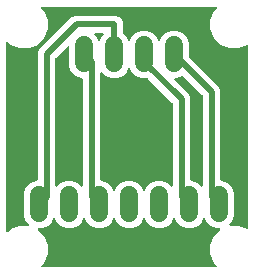
<source format=gbr>
G04 EAGLE Gerber RS-274X export*
G75*
%MOMM*%
%FSLAX34Y34*%
%LPD*%
%INTop Copper*%
%IPPOS*%
%AMOC8*
5,1,8,0,0,1.08239X$1,22.5*%
G01*
%ADD10C,1.524000*%
%ADD11C,0.500000*%

G36*
X11032Y39765D02*
X11032Y39765D01*
X11103Y39771D01*
X11151Y39791D01*
X11202Y39802D01*
X11263Y39839D01*
X11329Y39867D01*
X11385Y39912D01*
X11413Y39928D01*
X11428Y39946D01*
X11460Y39972D01*
X13980Y42491D01*
X21390Y45561D01*
X28733Y45561D01*
X28804Y45572D01*
X28875Y45574D01*
X28924Y45592D01*
X28976Y45600D01*
X29039Y45634D01*
X29106Y45659D01*
X29147Y45691D01*
X29193Y45716D01*
X29243Y45768D01*
X29299Y45812D01*
X29327Y45856D01*
X29363Y45894D01*
X29393Y45959D01*
X29432Y46019D01*
X29444Y46070D01*
X29466Y46117D01*
X29474Y46188D01*
X29492Y46258D01*
X29488Y46310D01*
X29493Y46361D01*
X29478Y46432D01*
X29472Y46503D01*
X29452Y46551D01*
X29441Y46602D01*
X29404Y46663D01*
X29376Y46729D01*
X29331Y46785D01*
X29315Y46813D01*
X29297Y46828D01*
X29271Y46860D01*
X27401Y48731D01*
X25479Y53370D01*
X25479Y73630D01*
X27401Y78269D01*
X30951Y81819D01*
X35590Y83741D01*
X36188Y83741D01*
X36208Y83744D01*
X36227Y83742D01*
X36329Y83764D01*
X36431Y83780D01*
X36448Y83790D01*
X36468Y83794D01*
X36557Y83847D01*
X36648Y83896D01*
X36662Y83910D01*
X36679Y83920D01*
X36746Y83999D01*
X36818Y84074D01*
X36826Y84092D01*
X36839Y84107D01*
X36878Y84203D01*
X36921Y84297D01*
X36923Y84317D01*
X36931Y84335D01*
X36949Y84502D01*
X36949Y191992D01*
X38091Y194749D01*
X65601Y222259D01*
X68358Y223401D01*
X103092Y223401D01*
X105849Y222259D01*
X107959Y220149D01*
X109101Y217392D01*
X109101Y208783D01*
X109115Y208693D01*
X109123Y208602D01*
X109135Y208572D01*
X109140Y208540D01*
X109183Y208460D01*
X109219Y208376D01*
X109245Y208343D01*
X109256Y208323D01*
X109279Y208301D01*
X109324Y208245D01*
X112299Y205269D01*
X113597Y202137D01*
X113635Y202076D01*
X113664Y202011D01*
X113699Y201972D01*
X113726Y201928D01*
X113782Y201882D01*
X113830Y201829D01*
X113876Y201804D01*
X113916Y201771D01*
X113983Y201745D01*
X114046Y201711D01*
X114097Y201702D01*
X114145Y201683D01*
X114217Y201680D01*
X114288Y201667D01*
X114339Y201675D01*
X114391Y201672D01*
X114460Y201692D01*
X114531Y201703D01*
X114577Y201727D01*
X114627Y201741D01*
X114686Y201782D01*
X114750Y201814D01*
X114787Y201852D01*
X114829Y201881D01*
X114872Y201939D01*
X114922Y201990D01*
X114957Y202053D01*
X114976Y202079D01*
X114983Y202101D01*
X115003Y202137D01*
X116301Y205269D01*
X119851Y208819D01*
X124490Y210741D01*
X129510Y210741D01*
X134149Y208819D01*
X137699Y205269D01*
X138997Y202137D01*
X139035Y202076D01*
X139064Y202011D01*
X139099Y201972D01*
X139126Y201928D01*
X139182Y201882D01*
X139230Y201829D01*
X139276Y201804D01*
X139316Y201771D01*
X139383Y201745D01*
X139446Y201711D01*
X139497Y201702D01*
X139545Y201683D01*
X139617Y201680D01*
X139688Y201667D01*
X139739Y201675D01*
X139791Y201672D01*
X139860Y201692D01*
X139931Y201703D01*
X139977Y201727D01*
X140027Y201741D01*
X140086Y201782D01*
X140150Y201814D01*
X140187Y201852D01*
X140229Y201881D01*
X140272Y201939D01*
X140322Y201990D01*
X140357Y202053D01*
X140376Y202079D01*
X140383Y202101D01*
X140403Y202137D01*
X141701Y205269D01*
X145251Y208819D01*
X149890Y210741D01*
X154910Y210741D01*
X159549Y208819D01*
X163099Y205269D01*
X165021Y200630D01*
X165021Y188802D01*
X165035Y188712D01*
X165043Y188621D01*
X165055Y188591D01*
X165060Y188559D01*
X165103Y188479D01*
X165139Y188395D01*
X165165Y188363D01*
X165176Y188342D01*
X165199Y188320D01*
X165244Y188264D01*
X190509Y162999D01*
X191651Y160242D01*
X191651Y84502D01*
X191654Y84482D01*
X191652Y84463D01*
X191674Y84361D01*
X191690Y84259D01*
X191700Y84242D01*
X191704Y84222D01*
X191757Y84133D01*
X191806Y84042D01*
X191820Y84028D01*
X191830Y84011D01*
X191909Y83944D01*
X191984Y83872D01*
X192002Y83864D01*
X192017Y83851D01*
X192113Y83812D01*
X192207Y83769D01*
X192227Y83767D01*
X192245Y83759D01*
X192412Y83741D01*
X193010Y83741D01*
X197649Y81819D01*
X201199Y78269D01*
X203121Y73630D01*
X203121Y53370D01*
X201199Y48731D01*
X199329Y46860D01*
X199287Y46802D01*
X199237Y46750D01*
X199216Y46703D01*
X199185Y46661D01*
X199164Y46592D01*
X199134Y46527D01*
X199128Y46475D01*
X199113Y46425D01*
X199115Y46354D01*
X199107Y46283D01*
X199118Y46232D01*
X199119Y46180D01*
X199144Y46112D01*
X199159Y46042D01*
X199186Y45997D01*
X199204Y45949D01*
X199248Y45893D01*
X199285Y45831D01*
X199325Y45797D01*
X199357Y45757D01*
X199418Y45718D01*
X199472Y45671D01*
X199520Y45652D01*
X199564Y45624D01*
X199634Y45606D01*
X199700Y45579D01*
X199772Y45571D01*
X199803Y45563D01*
X199826Y45565D01*
X199867Y45561D01*
X207210Y45561D01*
X214087Y42712D01*
X214131Y42702D01*
X214173Y42683D01*
X214250Y42674D01*
X214326Y42656D01*
X214372Y42661D01*
X214417Y42655D01*
X214494Y42672D01*
X214571Y42679D01*
X214613Y42698D01*
X214658Y42708D01*
X214725Y42748D01*
X214796Y42779D01*
X214830Y42810D01*
X214869Y42834D01*
X214920Y42893D01*
X214977Y42946D01*
X214999Y42986D01*
X215029Y43021D01*
X215058Y43093D01*
X215095Y43161D01*
X215104Y43206D01*
X215121Y43249D01*
X215136Y43385D01*
X215139Y43403D01*
X215138Y43408D01*
X215139Y43416D01*
X215139Y197884D01*
X215132Y197930D01*
X215134Y197975D01*
X215112Y198050D01*
X215100Y198127D01*
X215078Y198168D01*
X215065Y198212D01*
X215021Y198276D01*
X214984Y198344D01*
X214951Y198376D01*
X214925Y198414D01*
X214862Y198460D01*
X214806Y198514D01*
X214764Y198533D01*
X214728Y198561D01*
X214654Y198585D01*
X214583Y198617D01*
X214537Y198623D01*
X214494Y198637D01*
X214416Y198636D01*
X214339Y198645D01*
X214294Y198635D01*
X214248Y198634D01*
X214116Y198596D01*
X214098Y198592D01*
X214094Y198590D01*
X214087Y198588D01*
X207210Y195739D01*
X199190Y195739D01*
X191780Y198809D01*
X186109Y204480D01*
X183039Y211890D01*
X183039Y219910D01*
X186109Y227320D01*
X188528Y229740D01*
X188570Y229798D01*
X188619Y229850D01*
X188641Y229897D01*
X188672Y229939D01*
X188693Y230008D01*
X188723Y230073D01*
X188729Y230125D01*
X188744Y230175D01*
X188742Y230246D01*
X188750Y230317D01*
X188739Y230368D01*
X188738Y230420D01*
X188713Y230488D01*
X188698Y230558D01*
X188671Y230603D01*
X188653Y230651D01*
X188608Y230707D01*
X188572Y230769D01*
X188532Y230803D01*
X188500Y230843D01*
X188439Y230882D01*
X188385Y230929D01*
X188336Y230948D01*
X188293Y230976D01*
X188223Y230994D01*
X188157Y231021D01*
X188085Y231029D01*
X188054Y231037D01*
X188031Y231035D01*
X187990Y231039D01*
X40610Y231039D01*
X40539Y231028D01*
X40468Y231026D01*
X40419Y231008D01*
X40367Y231000D01*
X40304Y230966D01*
X40237Y230941D01*
X40196Y230909D01*
X40150Y230884D01*
X40101Y230832D01*
X40045Y230788D01*
X40016Y230744D01*
X39981Y230706D01*
X39950Y230641D01*
X39912Y230581D01*
X39899Y230530D01*
X39877Y230483D01*
X39869Y230412D01*
X39852Y230342D01*
X39856Y230290D01*
X39850Y230239D01*
X39865Y230168D01*
X39871Y230097D01*
X39891Y230049D01*
X39902Y229998D01*
X39939Y229937D01*
X39967Y229871D01*
X40012Y229815D01*
X40028Y229787D01*
X40046Y229772D01*
X40072Y229740D01*
X42491Y227320D01*
X45561Y219910D01*
X45561Y211890D01*
X42491Y204480D01*
X36820Y198809D01*
X29410Y195739D01*
X21390Y195739D01*
X13980Y198809D01*
X11460Y201328D01*
X11402Y201370D01*
X11350Y201419D01*
X11303Y201441D01*
X11261Y201472D01*
X11192Y201493D01*
X11127Y201523D01*
X11075Y201529D01*
X11025Y201544D01*
X10954Y201542D01*
X10883Y201550D01*
X10832Y201539D01*
X10780Y201538D01*
X10712Y201513D01*
X10642Y201498D01*
X10597Y201471D01*
X10549Y201453D01*
X10493Y201408D01*
X10431Y201372D01*
X10397Y201332D01*
X10357Y201300D01*
X10318Y201239D01*
X10271Y201185D01*
X10252Y201136D01*
X10224Y201093D01*
X10206Y201023D01*
X10179Y200957D01*
X10171Y200885D01*
X10163Y200854D01*
X10165Y200831D01*
X10161Y200790D01*
X10161Y40510D01*
X10172Y40439D01*
X10174Y40368D01*
X10192Y40319D01*
X10200Y40267D01*
X10234Y40204D01*
X10259Y40137D01*
X10291Y40096D01*
X10316Y40050D01*
X10368Y40001D01*
X10412Y39945D01*
X10456Y39916D01*
X10494Y39881D01*
X10559Y39850D01*
X10619Y39812D01*
X10670Y39799D01*
X10717Y39777D01*
X10788Y39769D01*
X10858Y39752D01*
X10910Y39756D01*
X10961Y39750D01*
X11032Y39765D01*
G37*
G36*
X127039Y74675D02*
X127039Y74675D01*
X127091Y74672D01*
X127160Y74692D01*
X127231Y74703D01*
X127277Y74727D01*
X127327Y74741D01*
X127386Y74782D01*
X127450Y74814D01*
X127487Y74852D01*
X127529Y74881D01*
X127572Y74939D01*
X127622Y74990D01*
X127657Y75053D01*
X127676Y75079D01*
X127683Y75101D01*
X127703Y75137D01*
X129001Y78269D01*
X132551Y81819D01*
X137190Y83741D01*
X142210Y83741D01*
X146849Y81819D01*
X149950Y78719D01*
X150008Y78677D01*
X150060Y78627D01*
X150107Y78606D01*
X150149Y78575D01*
X150218Y78554D01*
X150283Y78524D01*
X150335Y78518D01*
X150385Y78503D01*
X150456Y78505D01*
X150527Y78497D01*
X150578Y78508D01*
X150630Y78509D01*
X150698Y78534D01*
X150768Y78549D01*
X150813Y78576D01*
X150861Y78594D01*
X150917Y78638D01*
X150979Y78675D01*
X151013Y78715D01*
X151053Y78747D01*
X151092Y78808D01*
X151139Y78862D01*
X151158Y78910D01*
X151186Y78954D01*
X151204Y79024D01*
X151231Y79090D01*
X151239Y79162D01*
X151247Y79193D01*
X151245Y79216D01*
X151249Y79257D01*
X151249Y148978D01*
X151235Y149068D01*
X151227Y149159D01*
X151215Y149189D01*
X151210Y149221D01*
X151167Y149301D01*
X151131Y149385D01*
X151105Y149417D01*
X151094Y149438D01*
X151071Y149460D01*
X151026Y149516D01*
X130416Y170126D01*
X130322Y170193D01*
X130228Y170264D01*
X130222Y170266D01*
X130217Y170269D01*
X130105Y170304D01*
X129994Y170340D01*
X129988Y170340D01*
X129982Y170342D01*
X129865Y170339D01*
X129748Y170338D01*
X129741Y170336D01*
X129736Y170335D01*
X129718Y170329D01*
X129587Y170291D01*
X129510Y170259D01*
X124490Y170259D01*
X119851Y172181D01*
X116301Y175731D01*
X115003Y178863D01*
X114965Y178924D01*
X114936Y178989D01*
X114901Y179028D01*
X114874Y179072D01*
X114818Y179118D01*
X114770Y179171D01*
X114724Y179196D01*
X114684Y179229D01*
X114617Y179255D01*
X114554Y179289D01*
X114503Y179298D01*
X114455Y179317D01*
X114383Y179320D01*
X114312Y179333D01*
X114261Y179325D01*
X114209Y179328D01*
X114140Y179308D01*
X114069Y179297D01*
X114023Y179273D01*
X113973Y179259D01*
X113914Y179218D01*
X113850Y179186D01*
X113813Y179148D01*
X113771Y179119D01*
X113728Y179061D01*
X113678Y179010D01*
X113643Y178947D01*
X113624Y178921D01*
X113617Y178899D01*
X113597Y178863D01*
X112299Y175731D01*
X108749Y172181D01*
X104110Y170259D01*
X99090Y170259D01*
X94451Y172181D01*
X91350Y175281D01*
X91292Y175323D01*
X91240Y175373D01*
X91193Y175394D01*
X91151Y175425D01*
X91082Y175446D01*
X91017Y175476D01*
X90965Y175482D01*
X90915Y175497D01*
X90844Y175495D01*
X90773Y175503D01*
X90722Y175492D01*
X90670Y175491D01*
X90602Y175466D01*
X90532Y175451D01*
X90487Y175424D01*
X90439Y175406D01*
X90383Y175362D01*
X90321Y175325D01*
X90287Y175285D01*
X90247Y175253D01*
X90208Y175192D01*
X90161Y175138D01*
X90142Y175090D01*
X90114Y175046D01*
X90096Y174976D01*
X90069Y174910D01*
X90061Y174838D01*
X90053Y174807D01*
X90055Y174784D01*
X90051Y174743D01*
X90051Y84502D01*
X90054Y84482D01*
X90052Y84463D01*
X90074Y84361D01*
X90090Y84259D01*
X90100Y84242D01*
X90104Y84222D01*
X90157Y84133D01*
X90206Y84042D01*
X90220Y84028D01*
X90230Y84011D01*
X90309Y83944D01*
X90384Y83872D01*
X90402Y83864D01*
X90417Y83851D01*
X90513Y83812D01*
X90607Y83769D01*
X90627Y83767D01*
X90645Y83759D01*
X90812Y83741D01*
X91410Y83741D01*
X96049Y81819D01*
X99599Y78269D01*
X100897Y75137D01*
X100935Y75076D01*
X100964Y75011D01*
X100999Y74972D01*
X101026Y74928D01*
X101082Y74882D01*
X101130Y74829D01*
X101176Y74804D01*
X101216Y74771D01*
X101283Y74745D01*
X101346Y74711D01*
X101397Y74702D01*
X101445Y74683D01*
X101517Y74680D01*
X101588Y74667D01*
X101639Y74675D01*
X101691Y74672D01*
X101760Y74692D01*
X101831Y74703D01*
X101877Y74727D01*
X101927Y74741D01*
X101986Y74782D01*
X102050Y74814D01*
X102087Y74852D01*
X102129Y74881D01*
X102172Y74939D01*
X102222Y74990D01*
X102257Y75053D01*
X102276Y75079D01*
X102283Y75101D01*
X102303Y75137D01*
X103601Y78269D01*
X107151Y81819D01*
X111790Y83741D01*
X116810Y83741D01*
X121449Y81819D01*
X124999Y78269D01*
X126297Y75137D01*
X126335Y75076D01*
X126364Y75011D01*
X126399Y74972D01*
X126426Y74928D01*
X126482Y74882D01*
X126530Y74829D01*
X126576Y74804D01*
X126616Y74771D01*
X126683Y74745D01*
X126746Y74711D01*
X126797Y74702D01*
X126845Y74683D01*
X126917Y74680D01*
X126988Y74667D01*
X127039Y74675D01*
G37*
G36*
X188161Y10172D02*
X188161Y10172D01*
X188232Y10174D01*
X188281Y10192D01*
X188333Y10200D01*
X188396Y10234D01*
X188463Y10259D01*
X188504Y10291D01*
X188550Y10316D01*
X188599Y10368D01*
X188655Y10412D01*
X188684Y10456D01*
X188719Y10494D01*
X188750Y10559D01*
X188788Y10619D01*
X188801Y10670D01*
X188823Y10717D01*
X188831Y10788D01*
X188848Y10858D01*
X188844Y10910D01*
X188850Y10961D01*
X188835Y11032D01*
X188829Y11103D01*
X188809Y11151D01*
X188798Y11202D01*
X188761Y11263D01*
X188733Y11329D01*
X188688Y11385D01*
X188672Y11413D01*
X188654Y11428D01*
X188628Y11460D01*
X186109Y13980D01*
X183039Y21390D01*
X183039Y29410D01*
X186109Y36820D01*
X191248Y41960D01*
X191290Y42018D01*
X191339Y42070D01*
X191361Y42117D01*
X191392Y42159D01*
X191413Y42228D01*
X191443Y42293D01*
X191449Y42345D01*
X191464Y42395D01*
X191462Y42466D01*
X191470Y42537D01*
X191459Y42588D01*
X191458Y42640D01*
X191433Y42708D01*
X191418Y42778D01*
X191391Y42823D01*
X191373Y42871D01*
X191328Y42927D01*
X191292Y42989D01*
X191252Y43023D01*
X191220Y43063D01*
X191159Y43102D01*
X191105Y43149D01*
X191056Y43168D01*
X191013Y43196D01*
X190943Y43214D01*
X190877Y43241D01*
X190805Y43249D01*
X190774Y43257D01*
X190751Y43255D01*
X190710Y43259D01*
X187990Y43259D01*
X183351Y45181D01*
X179801Y48731D01*
X178503Y51863D01*
X178465Y51924D01*
X178436Y51989D01*
X178401Y52028D01*
X178374Y52072D01*
X178318Y52118D01*
X178270Y52171D01*
X178224Y52196D01*
X178184Y52229D01*
X178117Y52255D01*
X178054Y52289D01*
X178003Y52298D01*
X177955Y52317D01*
X177883Y52320D01*
X177812Y52333D01*
X177761Y52325D01*
X177709Y52328D01*
X177640Y52308D01*
X177569Y52297D01*
X177523Y52273D01*
X177473Y52259D01*
X177414Y52218D01*
X177350Y52186D01*
X177313Y52148D01*
X177271Y52119D01*
X177228Y52061D01*
X177178Y52010D01*
X177143Y51947D01*
X177124Y51921D01*
X177117Y51899D01*
X177097Y51863D01*
X175799Y48731D01*
X172249Y45181D01*
X167610Y43259D01*
X162590Y43259D01*
X157951Y45181D01*
X154401Y48731D01*
X153103Y51863D01*
X153065Y51924D01*
X153036Y51989D01*
X153001Y52028D01*
X152974Y52072D01*
X152918Y52118D01*
X152870Y52171D01*
X152824Y52196D01*
X152784Y52229D01*
X152717Y52255D01*
X152654Y52289D01*
X152603Y52298D01*
X152555Y52317D01*
X152483Y52320D01*
X152412Y52333D01*
X152361Y52325D01*
X152309Y52328D01*
X152240Y52308D01*
X152169Y52297D01*
X152123Y52273D01*
X152073Y52259D01*
X152014Y52218D01*
X151950Y52186D01*
X151913Y52148D01*
X151871Y52119D01*
X151828Y52061D01*
X151778Y52010D01*
X151743Y51947D01*
X151724Y51921D01*
X151717Y51899D01*
X151697Y51863D01*
X150399Y48731D01*
X146849Y45181D01*
X142210Y43259D01*
X137190Y43259D01*
X132551Y45181D01*
X129001Y48731D01*
X127703Y51863D01*
X127665Y51924D01*
X127636Y51989D01*
X127601Y52028D01*
X127574Y52072D01*
X127518Y52118D01*
X127470Y52171D01*
X127424Y52196D01*
X127384Y52229D01*
X127317Y52255D01*
X127254Y52289D01*
X127203Y52298D01*
X127155Y52317D01*
X127083Y52320D01*
X127012Y52333D01*
X126961Y52325D01*
X126909Y52328D01*
X126840Y52308D01*
X126769Y52297D01*
X126723Y52273D01*
X126673Y52259D01*
X126614Y52218D01*
X126550Y52186D01*
X126513Y52148D01*
X126471Y52119D01*
X126428Y52061D01*
X126378Y52010D01*
X126343Y51947D01*
X126324Y51921D01*
X126317Y51899D01*
X126297Y51863D01*
X124999Y48731D01*
X121449Y45181D01*
X116810Y43259D01*
X111790Y43259D01*
X107151Y45181D01*
X103601Y48731D01*
X102303Y51863D01*
X102265Y51924D01*
X102236Y51989D01*
X102201Y52028D01*
X102174Y52072D01*
X102118Y52118D01*
X102070Y52171D01*
X102024Y52196D01*
X101984Y52229D01*
X101917Y52255D01*
X101854Y52289D01*
X101803Y52298D01*
X101755Y52317D01*
X101683Y52320D01*
X101612Y52333D01*
X101561Y52325D01*
X101509Y52328D01*
X101440Y52308D01*
X101369Y52297D01*
X101323Y52273D01*
X101273Y52259D01*
X101214Y52218D01*
X101150Y52186D01*
X101113Y52148D01*
X101071Y52119D01*
X101028Y52061D01*
X100978Y52010D01*
X100943Y51947D01*
X100924Y51921D01*
X100917Y51899D01*
X100897Y51863D01*
X99599Y48731D01*
X96049Y45181D01*
X91410Y43259D01*
X86390Y43259D01*
X81751Y45181D01*
X78201Y48731D01*
X76903Y51863D01*
X76865Y51924D01*
X76836Y51989D01*
X76801Y52028D01*
X76774Y52072D01*
X76718Y52118D01*
X76670Y52171D01*
X76624Y52196D01*
X76584Y52229D01*
X76517Y52255D01*
X76454Y52289D01*
X76403Y52298D01*
X76355Y52317D01*
X76283Y52320D01*
X76212Y52333D01*
X76161Y52325D01*
X76109Y52328D01*
X76040Y52308D01*
X75969Y52297D01*
X75923Y52273D01*
X75873Y52259D01*
X75814Y52218D01*
X75750Y52186D01*
X75713Y52148D01*
X75671Y52119D01*
X75628Y52061D01*
X75578Y52010D01*
X75543Y51947D01*
X75524Y51921D01*
X75517Y51899D01*
X75497Y51863D01*
X74199Y48731D01*
X70649Y45181D01*
X66010Y43259D01*
X60990Y43259D01*
X56351Y45181D01*
X52801Y48731D01*
X51503Y51863D01*
X51465Y51924D01*
X51436Y51989D01*
X51401Y52028D01*
X51374Y52072D01*
X51318Y52118D01*
X51270Y52171D01*
X51224Y52196D01*
X51184Y52229D01*
X51117Y52255D01*
X51054Y52289D01*
X51003Y52298D01*
X50955Y52317D01*
X50883Y52320D01*
X50812Y52333D01*
X50761Y52325D01*
X50709Y52328D01*
X50640Y52308D01*
X50569Y52297D01*
X50523Y52273D01*
X50473Y52259D01*
X50414Y52218D01*
X50350Y52186D01*
X50313Y52148D01*
X50271Y52119D01*
X50228Y52061D01*
X50178Y52010D01*
X50143Y51947D01*
X50124Y51921D01*
X50117Y51899D01*
X50097Y51863D01*
X48799Y48731D01*
X45249Y45181D01*
X40610Y43259D01*
X37890Y43259D01*
X37819Y43248D01*
X37748Y43246D01*
X37699Y43228D01*
X37647Y43220D01*
X37584Y43186D01*
X37517Y43161D01*
X37476Y43129D01*
X37430Y43104D01*
X37381Y43052D01*
X37325Y43008D01*
X37296Y42964D01*
X37261Y42926D01*
X37230Y42861D01*
X37192Y42801D01*
X37179Y42750D01*
X37157Y42703D01*
X37149Y42632D01*
X37132Y42562D01*
X37136Y42510D01*
X37130Y42459D01*
X37145Y42388D01*
X37151Y42317D01*
X37171Y42269D01*
X37182Y42218D01*
X37219Y42157D01*
X37247Y42091D01*
X37292Y42035D01*
X37308Y42007D01*
X37326Y41992D01*
X37352Y41960D01*
X42491Y36820D01*
X45561Y29410D01*
X45561Y21390D01*
X42491Y13980D01*
X39972Y11460D01*
X39930Y11402D01*
X39881Y11350D01*
X39859Y11303D01*
X39828Y11261D01*
X39807Y11192D01*
X39777Y11127D01*
X39771Y11075D01*
X39756Y11025D01*
X39758Y10954D01*
X39750Y10883D01*
X39761Y10832D01*
X39762Y10780D01*
X39787Y10712D01*
X39802Y10642D01*
X39829Y10597D01*
X39847Y10549D01*
X39892Y10493D01*
X39928Y10431D01*
X39968Y10397D01*
X40000Y10357D01*
X40061Y10318D01*
X40115Y10271D01*
X40164Y10252D01*
X40207Y10224D01*
X40277Y10206D01*
X40343Y10179D01*
X40415Y10171D01*
X40446Y10163D01*
X40469Y10165D01*
X40510Y10161D01*
X188090Y10161D01*
X188161Y10172D01*
G37*
G36*
X74378Y78508D02*
X74378Y78508D01*
X74430Y78509D01*
X74498Y78534D01*
X74568Y78549D01*
X74613Y78576D01*
X74661Y78594D01*
X74717Y78638D01*
X74779Y78675D01*
X74813Y78715D01*
X74853Y78747D01*
X74892Y78808D01*
X74939Y78862D01*
X74958Y78910D01*
X74986Y78954D01*
X75004Y79024D01*
X75031Y79090D01*
X75039Y79162D01*
X75047Y79193D01*
X75045Y79216D01*
X75049Y79257D01*
X75049Y169498D01*
X75046Y169518D01*
X75048Y169537D01*
X75026Y169639D01*
X75010Y169741D01*
X75000Y169758D01*
X74996Y169778D01*
X74943Y169867D01*
X74894Y169958D01*
X74880Y169972D01*
X74870Y169989D01*
X74791Y170056D01*
X74716Y170128D01*
X74698Y170136D01*
X74683Y170149D01*
X74587Y170188D01*
X74493Y170231D01*
X74473Y170233D01*
X74455Y170241D01*
X74288Y170259D01*
X73690Y170259D01*
X69051Y172181D01*
X65501Y175731D01*
X63579Y180370D01*
X63579Y197184D01*
X63568Y197255D01*
X63566Y197326D01*
X63548Y197375D01*
X63540Y197427D01*
X63506Y197490D01*
X63481Y197557D01*
X63449Y197598D01*
X63424Y197644D01*
X63372Y197693D01*
X63328Y197749D01*
X63284Y197777D01*
X63246Y197813D01*
X63181Y197844D01*
X63121Y197882D01*
X63070Y197895D01*
X63023Y197917D01*
X62952Y197925D01*
X62882Y197942D01*
X62830Y197938D01*
X62779Y197944D01*
X62708Y197929D01*
X62637Y197923D01*
X62589Y197903D01*
X62538Y197892D01*
X62477Y197855D01*
X62411Y197827D01*
X62355Y197782D01*
X62327Y197766D01*
X62312Y197748D01*
X62280Y197722D01*
X52174Y187616D01*
X52121Y187542D01*
X52061Y187473D01*
X52049Y187442D01*
X52030Y187416D01*
X52003Y187329D01*
X51969Y187244D01*
X51965Y187204D01*
X51958Y187181D01*
X51959Y187149D01*
X51951Y187078D01*
X51951Y79257D01*
X51962Y79186D01*
X51964Y79115D01*
X51982Y79066D01*
X51990Y79014D01*
X52024Y78951D01*
X52049Y78884D01*
X52081Y78843D01*
X52106Y78797D01*
X52158Y78747D01*
X52202Y78691D01*
X52246Y78663D01*
X52284Y78627D01*
X52349Y78597D01*
X52409Y78558D01*
X52460Y78546D01*
X52507Y78524D01*
X52578Y78516D01*
X52648Y78498D01*
X52700Y78502D01*
X52751Y78497D01*
X52822Y78512D01*
X52893Y78518D01*
X52941Y78538D01*
X52992Y78549D01*
X53053Y78586D01*
X53119Y78614D01*
X53175Y78659D01*
X53203Y78675D01*
X53218Y78693D01*
X53250Y78719D01*
X56351Y81819D01*
X60990Y83741D01*
X66010Y83741D01*
X70649Y81819D01*
X73750Y78719D01*
X73808Y78677D01*
X73860Y78627D01*
X73907Y78606D01*
X73949Y78575D01*
X74018Y78554D01*
X74083Y78524D01*
X74135Y78518D01*
X74185Y78503D01*
X74256Y78505D01*
X74327Y78497D01*
X74378Y78508D01*
G37*
G36*
X175978Y78508D02*
X175978Y78508D01*
X176030Y78509D01*
X176098Y78534D01*
X176168Y78549D01*
X176213Y78576D01*
X176261Y78594D01*
X176317Y78638D01*
X176379Y78675D01*
X176413Y78715D01*
X176453Y78747D01*
X176492Y78808D01*
X176539Y78862D01*
X176558Y78910D01*
X176586Y78954D01*
X176604Y79024D01*
X176631Y79090D01*
X176639Y79162D01*
X176647Y79193D01*
X176645Y79216D01*
X176649Y79257D01*
X176649Y155328D01*
X176635Y155418D01*
X176627Y155509D01*
X176615Y155539D01*
X176610Y155571D01*
X176567Y155651D01*
X176531Y155735D01*
X176505Y155767D01*
X176494Y155788D01*
X176471Y155810D01*
X176426Y155866D01*
X160307Y171986D01*
X160213Y172053D01*
X160118Y172124D01*
X160112Y172126D01*
X160107Y172129D01*
X159996Y172163D01*
X159884Y172200D01*
X159878Y172200D01*
X159872Y172202D01*
X159755Y172199D01*
X159638Y172198D01*
X159631Y172195D01*
X159626Y172195D01*
X159608Y172189D01*
X159477Y172151D01*
X154910Y170259D01*
X153336Y170259D01*
X153265Y170248D01*
X153194Y170246D01*
X153145Y170228D01*
X153093Y170220D01*
X153030Y170186D01*
X152963Y170161D01*
X152922Y170129D01*
X152876Y170104D01*
X152827Y170052D01*
X152771Y170008D01*
X152743Y169964D01*
X152707Y169926D01*
X152676Y169861D01*
X152638Y169801D01*
X152625Y169750D01*
X152603Y169703D01*
X152595Y169632D01*
X152578Y169562D01*
X152582Y169510D01*
X152576Y169459D01*
X152591Y169388D01*
X152597Y169317D01*
X152617Y169269D01*
X152628Y169218D01*
X152665Y169157D01*
X152693Y169091D01*
X152738Y169035D01*
X152754Y169007D01*
X152772Y168992D01*
X152798Y168960D01*
X165109Y156649D01*
X166251Y153892D01*
X166251Y84502D01*
X166254Y84482D01*
X166252Y84463D01*
X166274Y84361D01*
X166290Y84259D01*
X166300Y84242D01*
X166304Y84222D01*
X166357Y84133D01*
X166406Y84042D01*
X166420Y84028D01*
X166430Y84011D01*
X166509Y83944D01*
X166584Y83872D01*
X166602Y83864D01*
X166617Y83851D01*
X166713Y83812D01*
X166807Y83769D01*
X166827Y83767D01*
X166845Y83759D01*
X167012Y83741D01*
X167610Y83741D01*
X172249Y81819D01*
X175350Y78719D01*
X175408Y78677D01*
X175460Y78627D01*
X175507Y78606D01*
X175549Y78575D01*
X175618Y78554D01*
X175683Y78524D01*
X175735Y78518D01*
X175785Y78503D01*
X175856Y78505D01*
X175927Y78497D01*
X175978Y78508D01*
G37*
G36*
X88939Y201675D02*
X88939Y201675D01*
X88991Y201672D01*
X89060Y201692D01*
X89131Y201703D01*
X89177Y201727D01*
X89227Y201741D01*
X89286Y201782D01*
X89350Y201814D01*
X89387Y201852D01*
X89429Y201881D01*
X89472Y201939D01*
X89522Y201990D01*
X89557Y202053D01*
X89576Y202079D01*
X89583Y202101D01*
X89603Y202137D01*
X90901Y205269D01*
X92731Y207100D01*
X92773Y207158D01*
X92823Y207210D01*
X92844Y207257D01*
X92875Y207299D01*
X92896Y207368D01*
X92926Y207433D01*
X92932Y207485D01*
X92947Y207535D01*
X92945Y207606D01*
X92953Y207677D01*
X92942Y207728D01*
X92941Y207780D01*
X92916Y207848D01*
X92901Y207918D01*
X92874Y207963D01*
X92856Y208011D01*
X92812Y208067D01*
X92775Y208129D01*
X92735Y208163D01*
X92703Y208203D01*
X92642Y208242D01*
X92588Y208289D01*
X92540Y208308D01*
X92496Y208336D01*
X92426Y208354D01*
X92360Y208381D01*
X92288Y208389D01*
X92257Y208397D01*
X92234Y208395D01*
X92193Y208399D01*
X85607Y208399D01*
X85536Y208388D01*
X85465Y208386D01*
X85416Y208368D01*
X85364Y208360D01*
X85301Y208326D01*
X85234Y208301D01*
X85193Y208269D01*
X85147Y208244D01*
X85097Y208192D01*
X85041Y208148D01*
X85013Y208104D01*
X84977Y208066D01*
X84947Y208001D01*
X84908Y207941D01*
X84896Y207890D01*
X84874Y207843D01*
X84866Y207772D01*
X84848Y207702D01*
X84852Y207650D01*
X84847Y207599D01*
X84862Y207528D01*
X84868Y207457D01*
X84888Y207409D01*
X84899Y207358D01*
X84936Y207297D01*
X84964Y207231D01*
X85009Y207175D01*
X85025Y207147D01*
X85043Y207132D01*
X85069Y207100D01*
X86899Y205269D01*
X88197Y202137D01*
X88235Y202076D01*
X88264Y202011D01*
X88299Y201972D01*
X88326Y201928D01*
X88382Y201882D01*
X88430Y201829D01*
X88476Y201804D01*
X88516Y201771D01*
X88583Y201745D01*
X88646Y201711D01*
X88697Y201702D01*
X88745Y201683D01*
X88817Y201680D01*
X88888Y201667D01*
X88939Y201675D01*
G37*
D10*
X152400Y198120D02*
X152400Y182880D01*
X127000Y182880D02*
X127000Y198120D01*
X101600Y198120D02*
X101600Y182880D01*
X76200Y182880D02*
X76200Y198120D01*
X38100Y71120D02*
X38100Y55880D01*
X63500Y55880D02*
X63500Y71120D01*
X88900Y71120D02*
X88900Y55880D01*
X114300Y55880D02*
X114300Y71120D01*
X139700Y71120D02*
X139700Y55880D01*
X165100Y55880D02*
X165100Y71120D01*
X190500Y71120D02*
X190500Y55880D01*
D11*
X88900Y63500D02*
X82550Y69850D01*
X82550Y184150D01*
X76200Y190500D01*
X44450Y69850D02*
X38100Y63500D01*
X44450Y69850D02*
X44450Y190500D01*
X69850Y215900D01*
X101600Y215900D01*
X101600Y190500D01*
X158750Y69850D02*
X165100Y63500D01*
X158750Y69850D02*
X158750Y152400D01*
X127000Y184150D01*
X127000Y190500D01*
X184150Y69850D02*
X190500Y63500D01*
X184150Y69850D02*
X184150Y158750D01*
X152400Y190500D01*
M02*

</source>
